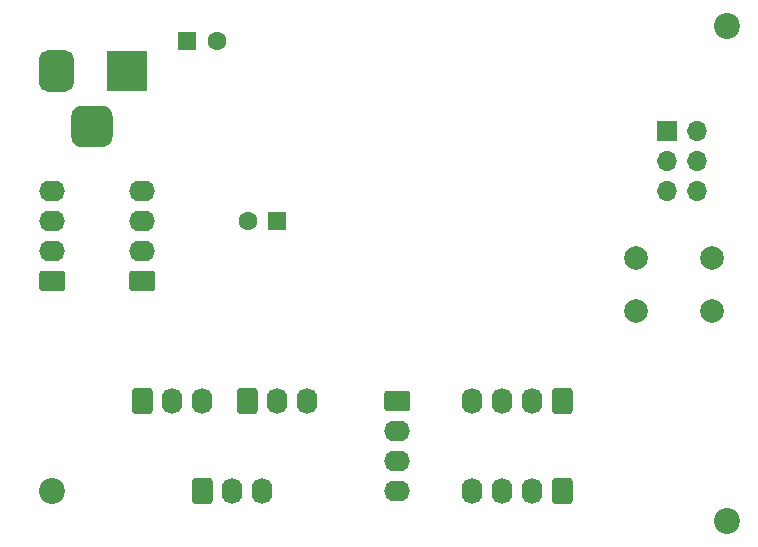
<source format=gbr>
%TF.GenerationSoftware,KiCad,Pcbnew,5.99.0+really5.1.10+dfsg1-1*%
%TF.CreationDate,2022-04-25T00:01:12+02:00*%
%TF.ProjectId,mini_accessory,6d696e69-5f61-4636-9365-73736f72792e,rev?*%
%TF.SameCoordinates,Original*%
%TF.FileFunction,Soldermask,Bot*%
%TF.FilePolarity,Negative*%
%FSLAX46Y46*%
G04 Gerber Fmt 4.6, Leading zero omitted, Abs format (unit mm)*
G04 Created by KiCad (PCBNEW 5.99.0+really5.1.10+dfsg1-1) date 2022-04-25 00:01:12*
%MOMM*%
%LPD*%
G01*
G04 APERTURE LIST*
%ADD10C,2.200000*%
%ADD11R,1.600000X1.600000*%
%ADD12C,1.600000*%
%ADD13R,3.500000X3.500000*%
%ADD14O,2.190000X1.740000*%
%ADD15R,1.700000X1.700000*%
%ADD16O,1.700000X1.700000*%
%ADD17O,1.740000X2.190000*%
%ADD18C,2.000000*%
G04 APERTURE END LIST*
D10*
%TO.C,REF\u002A\u002A*%
X81280000Y-96520000D03*
%TD*%
%TO.C,REF\u002A\u002A*%
X138430000Y-99060000D03*
%TD*%
%TO.C,REF\u002A\u002A*%
X138430000Y-57150000D03*
%TD*%
D11*
%TO.C,C1*%
X92710000Y-58420000D03*
D12*
X95210000Y-58420000D03*
%TD*%
D11*
%TO.C,C3*%
X100330000Y-73660000D03*
D12*
X97830000Y-73660000D03*
%TD*%
D13*
%TO.C,12V*%
X87630000Y-60960000D03*
G36*
G01*
X80130000Y-61960000D02*
X80130000Y-59960000D01*
G75*
G02*
X80880000Y-59210000I750000J0D01*
G01*
X82380000Y-59210000D01*
G75*
G02*
X83130000Y-59960000I0J-750000D01*
G01*
X83130000Y-61960000D01*
G75*
G02*
X82380000Y-62710000I-750000J0D01*
G01*
X80880000Y-62710000D01*
G75*
G02*
X80130000Y-61960000I0J750000D01*
G01*
G37*
G36*
G01*
X82880000Y-66535000D02*
X82880000Y-64785000D01*
G75*
G02*
X83755000Y-63910000I875000J0D01*
G01*
X85505000Y-63910000D01*
G75*
G02*
X86380000Y-64785000I0J-875000D01*
G01*
X86380000Y-66535000D01*
G75*
G02*
X85505000Y-67410000I-875000J0D01*
G01*
X83755000Y-67410000D01*
G75*
G02*
X82880000Y-66535000I0J875000D01*
G01*
G37*
%TD*%
D14*
%TO.C,I2C*%
X81280000Y-71120000D03*
X81280000Y-73660000D03*
X81280000Y-76200000D03*
G36*
G01*
X82125001Y-79610000D02*
X80434999Y-79610000D01*
G75*
G02*
X80185000Y-79360001I0J249999D01*
G01*
X80185000Y-78119999D01*
G75*
G02*
X80434999Y-77870000I249999J0D01*
G01*
X82125001Y-77870000D01*
G75*
G02*
X82375000Y-78119999I0J-249999D01*
G01*
X82375000Y-79360001D01*
G75*
G02*
X82125001Y-79610000I-249999J0D01*
G01*
G37*
%TD*%
D15*
%TO.C,J3*%
X133350000Y-66040000D03*
D16*
X135890000Y-66040000D03*
X133350000Y-68580000D03*
X135890000Y-68580000D03*
X133350000Y-71120000D03*
X135890000Y-71120000D03*
%TD*%
%TO.C,J4*%
G36*
G01*
X89745001Y-79610000D02*
X88054999Y-79610000D01*
G75*
G02*
X87805000Y-79360001I0J249999D01*
G01*
X87805000Y-78119999D01*
G75*
G02*
X88054999Y-77870000I249999J0D01*
G01*
X89745001Y-77870000D01*
G75*
G02*
X89995000Y-78119999I0J-249999D01*
G01*
X89995000Y-79360001D01*
G75*
G02*
X89745001Y-79610000I-249999J0D01*
G01*
G37*
D14*
X88900000Y-76200000D03*
X88900000Y-73660000D03*
X88900000Y-71120000D03*
%TD*%
%TO.C,Servo 0*%
G36*
G01*
X96920000Y-89745001D02*
X96920000Y-88054999D01*
G75*
G02*
X97169999Y-87805000I249999J0D01*
G01*
X98410001Y-87805000D01*
G75*
G02*
X98660000Y-88054999I0J-249999D01*
G01*
X98660000Y-89745001D01*
G75*
G02*
X98410001Y-89995000I-249999J0D01*
G01*
X97169999Y-89995000D01*
G75*
G02*
X96920000Y-89745001I0J249999D01*
G01*
G37*
D17*
X100330000Y-88900000D03*
X102870000Y-88900000D03*
%TD*%
%TO.C,US 0*%
G36*
G01*
X125330000Y-88054999D02*
X125330000Y-89745001D01*
G75*
G02*
X125080001Y-89995000I-249999J0D01*
G01*
X123839999Y-89995000D01*
G75*
G02*
X123590000Y-89745001I0J249999D01*
G01*
X123590000Y-88054999D01*
G75*
G02*
X123839999Y-87805000I249999J0D01*
G01*
X125080001Y-87805000D01*
G75*
G02*
X125330000Y-88054999I0J-249999D01*
G01*
G37*
X121920000Y-88900000D03*
X119380000Y-88900000D03*
X116840000Y-88900000D03*
%TD*%
%TO.C,Servo 1*%
G36*
G01*
X93110000Y-97365001D02*
X93110000Y-95674999D01*
G75*
G02*
X93359999Y-95425000I249999J0D01*
G01*
X94600001Y-95425000D01*
G75*
G02*
X94850000Y-95674999I0J-249999D01*
G01*
X94850000Y-97365001D01*
G75*
G02*
X94600001Y-97615000I-249999J0D01*
G01*
X93359999Y-97615000D01*
G75*
G02*
X93110000Y-97365001I0J249999D01*
G01*
G37*
X96520000Y-96520000D03*
X99060000Y-96520000D03*
%TD*%
%TO.C,US 1*%
G36*
G01*
X125330000Y-95674999D02*
X125330000Y-97365001D01*
G75*
G02*
X125080001Y-97615000I-249999J0D01*
G01*
X123839999Y-97615000D01*
G75*
G02*
X123590000Y-97365001I0J249999D01*
G01*
X123590000Y-95674999D01*
G75*
G02*
X123839999Y-95425000I249999J0D01*
G01*
X125080001Y-95425000D01*
G75*
G02*
X125330000Y-95674999I0J-249999D01*
G01*
G37*
X121920000Y-96520000D03*
X119380000Y-96520000D03*
X116840000Y-96520000D03*
%TD*%
D14*
%TO.C,US 2*%
X110490000Y-96520000D03*
X110490000Y-93980000D03*
X110490000Y-91440000D03*
G36*
G01*
X109644999Y-88030000D02*
X111335001Y-88030000D01*
G75*
G02*
X111585000Y-88279999I0J-249999D01*
G01*
X111585000Y-89520001D01*
G75*
G02*
X111335001Y-89770000I-249999J0D01*
G01*
X109644999Y-89770000D01*
G75*
G02*
X109395000Y-89520001I0J249999D01*
G01*
X109395000Y-88279999D01*
G75*
G02*
X109644999Y-88030000I249999J0D01*
G01*
G37*
%TD*%
D17*
%TO.C,Servo 2*%
X93980000Y-88900000D03*
X91440000Y-88900000D03*
G36*
G01*
X88030000Y-89745001D02*
X88030000Y-88054999D01*
G75*
G02*
X88279999Y-87805000I249999J0D01*
G01*
X89520001Y-87805000D01*
G75*
G02*
X89770000Y-88054999I0J-249999D01*
G01*
X89770000Y-89745001D01*
G75*
G02*
X89520001Y-89995000I-249999J0D01*
G01*
X88279999Y-89995000D01*
G75*
G02*
X88030000Y-89745001I0J249999D01*
G01*
G37*
%TD*%
D18*
%TO.C,RESET*%
X137160000Y-76780000D03*
X137160000Y-81280000D03*
X130660000Y-76780000D03*
X130660000Y-81280000D03*
%TD*%
M02*

</source>
